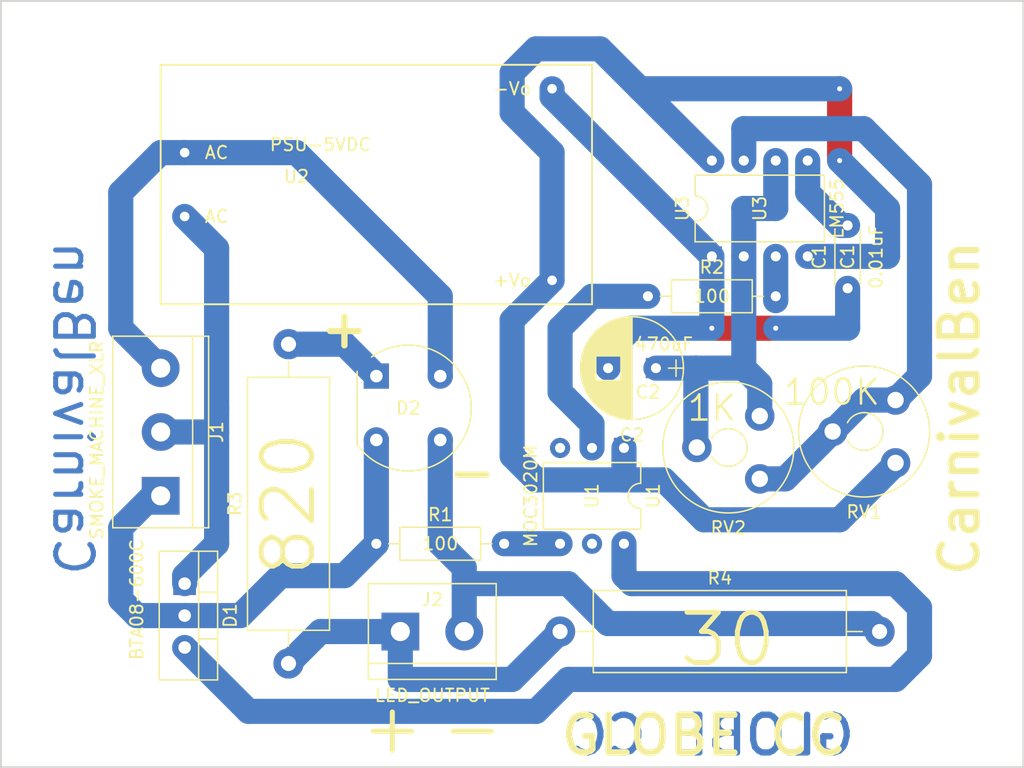
<source format=kicad_pcb>
(kicad_pcb (version 4) (host pcbnew 4.0.7)

  (general
    (links 31)
    (no_connects 0)
    (area 38.659999 25.959999 115.010001 84.530001)
    (thickness 1.6)
    (drawings 12)
    (tracks 115)
    (zones 0)
    (modules 19)
    (nets 18)
  )

  (page User 148.006 105.004)
  (layers
    (0 F.Cu signal)
    (31 B.Cu signal)
    (32 B.Adhes user)
    (33 F.Adhes user)
    (34 B.Paste user)
    (35 F.Paste user)
    (36 B.SilkS user)
    (37 F.SilkS user)
    (38 B.Mask user)
    (39 F.Mask user)
    (40 Dwgs.User user)
    (41 Cmts.User user)
    (42 Eco1.User user)
    (43 Eco2.User user)
    (44 Edge.Cuts user)
    (45 Margin user)
    (46 B.CrtYd user)
    (47 F.CrtYd user)
    (48 B.Fab user)
    (49 F.Fab user)
  )

  (setup
    (last_trace_width 2)
    (user_trace_width 0.5)
    (trace_clearance 0.2)
    (zone_clearance 1)
    (zone_45_only yes)
    (trace_min 0.2)
    (segment_width 0.2)
    (edge_width 0.15)
    (via_size 0.6)
    (via_drill 0.4)
    (via_min_size 0.4)
    (via_min_drill 0.3)
    (uvia_size 0.3)
    (uvia_drill 0.1)
    (uvias_allowed no)
    (uvia_min_size 0.2)
    (uvia_min_drill 0.1)
    (pcb_text_width 0.3)
    (pcb_text_size 1.5 1.5)
    (mod_edge_width 0.15)
    (mod_text_size 1 1)
    (mod_text_width 0.15)
    (pad_size 1.99898 1.99898)
    (pad_drill 0.8001)
    (pad_to_mask_clearance 0.2)
    (aux_axis_origin 0 0)
    (visible_elements 7FFFFFFF)
    (pcbplotparams
      (layerselection 0x00030_80000001)
      (usegerberextensions false)
      (excludeedgelayer true)
      (linewidth 0.100000)
      (plotframeref false)
      (viasonmask false)
      (mode 1)
      (useauxorigin false)
      (hpglpennumber 1)
      (hpglpenspeed 20)
      (hpglpendiameter 15)
      (hpglpenoverlay 2)
      (psnegative false)
      (psa4output false)
      (plotreference true)
      (plotvalue true)
      (plotinvisibletext false)
      (padsonsilk false)
      (subtractmaskfromsilk false)
      (outputformat 1)
      (mirror false)
      (drillshape 1)
      (scaleselection 1)
      (outputdirectory ""))
  )

  (net 0 "")
  (net 1 0V)
  (net 2 "Net-(C1-Pad2)")
  (net 3 "Net-(C2-Pad1)")
  (net 4 RETURN)
  (net 5 PUMP)
  (net 6 "Net-(D1-Pad3)")
  (net 7 FEED)
  (net 8 "Net-(R1-Pad2)")
  (net 9 TRIGGER)
  (net 10 "Net-(R2-Pad2)")
  (net 11 5V)
  (net 12 "Net-(RV1-Pad1)")
  (net 13 "Net-(U1-Pad5)")
  (net 14 "Net-(U1-Pad3)")
  (net 15 "Net-(D2-Pad1)")
  (net 16 "Net-(J2-Pad1)")
  (net 17 "Net-(D2-Pad3)")

  (net_class Default "This is the default net class."
    (clearance 0.2)
    (trace_width 2)
    (via_dia 0.6)
    (via_drill 0.4)
    (uvia_dia 0.3)
    (uvia_drill 0.1)
    (add_net 0V)
    (add_net 5V)
    (add_net FEED)
    (add_net "Net-(C1-Pad2)")
    (add_net "Net-(C2-Pad1)")
    (add_net "Net-(D1-Pad3)")
    (add_net "Net-(D2-Pad1)")
    (add_net "Net-(D2-Pad3)")
    (add_net "Net-(J2-Pad1)")
    (add_net "Net-(R1-Pad2)")
    (add_net "Net-(R2-Pad2)")
    (add_net "Net-(RV1-Pad1)")
    (add_net "Net-(U1-Pad3)")
    (add_net "Net-(U1-Pad5)")
    (add_net PUMP)
    (add_net RETURN)
    (add_net TRIGGER)
  )

  (module Capacitors_THT:CP_Radial_D8.0mm_P3.80mm (layer F.Cu) (tedit 5AD36F21) (tstamp 5AD36318)
    (at 87.63 52.07 180)
    (descr "CP, Radial series, Radial, pin pitch=3.80mm, , diameter=8mm, Electrolytic Capacitor")
    (tags "CP Radial series Radial pin pitch 3.80mm  diameter 8mm Electrolytic Capacitor")
    (path /5AC21603)
    (fp_text reference C2 (at 1.9 -5.31 180) (layer F.SilkS)
      (effects (font (size 1 1) (thickness 0.15)))
    )
    (fp_text value 470uF (at -0.635 1.905 180) (layer F.SilkS)
      (effects (font (size 1 1) (thickness 0.15)))
    )
    (fp_circle (center 1.9 0) (end 5.9 0) (layer F.Fab) (width 0.1))
    (fp_circle (center 1.9 0) (end 5.99 0) (layer F.SilkS) (width 0.12))
    (fp_line (start -2.2 0) (end -1 0) (layer F.Fab) (width 0.1))
    (fp_line (start -1.6 -0.65) (end -1.6 0.65) (layer F.Fab) (width 0.1))
    (fp_line (start 1.9 -4.05) (end 1.9 4.05) (layer F.SilkS) (width 0.12))
    (fp_line (start 1.94 -4.05) (end 1.94 4.05) (layer F.SilkS) (width 0.12))
    (fp_line (start 1.98 -4.05) (end 1.98 4.05) (layer F.SilkS) (width 0.12))
    (fp_line (start 2.02 -4.049) (end 2.02 4.049) (layer F.SilkS) (width 0.12))
    (fp_line (start 2.06 -4.047) (end 2.06 4.047) (layer F.SilkS) (width 0.12))
    (fp_line (start 2.1 -4.046) (end 2.1 4.046) (layer F.SilkS) (width 0.12))
    (fp_line (start 2.14 -4.043) (end 2.14 4.043) (layer F.SilkS) (width 0.12))
    (fp_line (start 2.18 -4.041) (end 2.18 4.041) (layer F.SilkS) (width 0.12))
    (fp_line (start 2.22 -4.038) (end 2.22 4.038) (layer F.SilkS) (width 0.12))
    (fp_line (start 2.26 -4.035) (end 2.26 4.035) (layer F.SilkS) (width 0.12))
    (fp_line (start 2.3 -4.031) (end 2.3 4.031) (layer F.SilkS) (width 0.12))
    (fp_line (start 2.34 -4.027) (end 2.34 4.027) (layer F.SilkS) (width 0.12))
    (fp_line (start 2.38 -4.022) (end 2.38 4.022) (layer F.SilkS) (width 0.12))
    (fp_line (start 2.42 -4.017) (end 2.42 4.017) (layer F.SilkS) (width 0.12))
    (fp_line (start 2.46 -4.012) (end 2.46 4.012) (layer F.SilkS) (width 0.12))
    (fp_line (start 2.5 -4.006) (end 2.5 4.006) (layer F.SilkS) (width 0.12))
    (fp_line (start 2.54 -4) (end 2.54 4) (layer F.SilkS) (width 0.12))
    (fp_line (start 2.58 -3.994) (end 2.58 3.994) (layer F.SilkS) (width 0.12))
    (fp_line (start 2.621 -3.987) (end 2.621 3.987) (layer F.SilkS) (width 0.12))
    (fp_line (start 2.661 -3.979) (end 2.661 3.979) (layer F.SilkS) (width 0.12))
    (fp_line (start 2.701 -3.971) (end 2.701 3.971) (layer F.SilkS) (width 0.12))
    (fp_line (start 2.741 -3.963) (end 2.741 3.963) (layer F.SilkS) (width 0.12))
    (fp_line (start 2.781 -3.955) (end 2.781 3.955) (layer F.SilkS) (width 0.12))
    (fp_line (start 2.821 -3.946) (end 2.821 -0.98) (layer F.SilkS) (width 0.12))
    (fp_line (start 2.821 0.98) (end 2.821 3.946) (layer F.SilkS) (width 0.12))
    (fp_line (start 2.861 -3.936) (end 2.861 -0.98) (layer F.SilkS) (width 0.12))
    (fp_line (start 2.861 0.98) (end 2.861 3.936) (layer F.SilkS) (width 0.12))
    (fp_line (start 2.901 -3.926) (end 2.901 -0.98) (layer F.SilkS) (width 0.12))
    (fp_line (start 2.901 0.98) (end 2.901 3.926) (layer F.SilkS) (width 0.12))
    (fp_line (start 2.941 -3.916) (end 2.941 -0.98) (layer F.SilkS) (width 0.12))
    (fp_line (start 2.941 0.98) (end 2.941 3.916) (layer F.SilkS) (width 0.12))
    (fp_line (start 2.981 -3.905) (end 2.981 -0.98) (layer F.SilkS) (width 0.12))
    (fp_line (start 2.981 0.98) (end 2.981 3.905) (layer F.SilkS) (width 0.12))
    (fp_line (start 3.021 -3.894) (end 3.021 -0.98) (layer F.SilkS) (width 0.12))
    (fp_line (start 3.021 0.98) (end 3.021 3.894) (layer F.SilkS) (width 0.12))
    (fp_line (start 3.061 -3.883) (end 3.061 -0.98) (layer F.SilkS) (width 0.12))
    (fp_line (start 3.061 0.98) (end 3.061 3.883) (layer F.SilkS) (width 0.12))
    (fp_line (start 3.101 -3.87) (end 3.101 -0.98) (layer F.SilkS) (width 0.12))
    (fp_line (start 3.101 0.98) (end 3.101 3.87) (layer F.SilkS) (width 0.12))
    (fp_line (start 3.141 -3.858) (end 3.141 -0.98) (layer F.SilkS) (width 0.12))
    (fp_line (start 3.141 0.98) (end 3.141 3.858) (layer F.SilkS) (width 0.12))
    (fp_line (start 3.181 -3.845) (end 3.181 -0.98) (layer F.SilkS) (width 0.12))
    (fp_line (start 3.181 0.98) (end 3.181 3.845) (layer F.SilkS) (width 0.12))
    (fp_line (start 3.221 -3.832) (end 3.221 -0.98) (layer F.SilkS) (width 0.12))
    (fp_line (start 3.221 0.98) (end 3.221 3.832) (layer F.SilkS) (width 0.12))
    (fp_line (start 3.261 -3.818) (end 3.261 -0.98) (layer F.SilkS) (width 0.12))
    (fp_line (start 3.261 0.98) (end 3.261 3.818) (layer F.SilkS) (width 0.12))
    (fp_line (start 3.301 -3.803) (end 3.301 -0.98) (layer F.SilkS) (width 0.12))
    (fp_line (start 3.301 0.98) (end 3.301 3.803) (layer F.SilkS) (width 0.12))
    (fp_line (start 3.341 -3.789) (end 3.341 -0.98) (layer F.SilkS) (width 0.12))
    (fp_line (start 3.341 0.98) (end 3.341 3.789) (layer F.SilkS) (width 0.12))
    (fp_line (start 3.381 -3.773) (end 3.381 -0.98) (layer F.SilkS) (width 0.12))
    (fp_line (start 3.381 0.98) (end 3.381 3.773) (layer F.SilkS) (width 0.12))
    (fp_line (start 3.421 -3.758) (end 3.421 -0.98) (layer F.SilkS) (width 0.12))
    (fp_line (start 3.421 0.98) (end 3.421 3.758) (layer F.SilkS) (width 0.12))
    (fp_line (start 3.461 -3.741) (end 3.461 -0.98) (layer F.SilkS) (width 0.12))
    (fp_line (start 3.461 0.98) (end 3.461 3.741) (layer F.SilkS) (width 0.12))
    (fp_line (start 3.501 -3.725) (end 3.501 -0.98) (layer F.SilkS) (width 0.12))
    (fp_line (start 3.501 0.98) (end 3.501 3.725) (layer F.SilkS) (width 0.12))
    (fp_line (start 3.541 -3.707) (end 3.541 -0.98) (layer F.SilkS) (width 0.12))
    (fp_line (start 3.541 0.98) (end 3.541 3.707) (layer F.SilkS) (width 0.12))
    (fp_line (start 3.581 -3.69) (end 3.581 -0.98) (layer F.SilkS) (width 0.12))
    (fp_line (start 3.581 0.98) (end 3.581 3.69) (layer F.SilkS) (width 0.12))
    (fp_line (start 3.621 -3.671) (end 3.621 -0.98) (layer F.SilkS) (width 0.12))
    (fp_line (start 3.621 0.98) (end 3.621 3.671) (layer F.SilkS) (width 0.12))
    (fp_line (start 3.661 -3.652) (end 3.661 -0.98) (layer F.SilkS) (width 0.12))
    (fp_line (start 3.661 0.98) (end 3.661 3.652) (layer F.SilkS) (width 0.12))
    (fp_line (start 3.701 -3.633) (end 3.701 -0.98) (layer F.SilkS) (width 0.12))
    (fp_line (start 3.701 0.98) (end 3.701 3.633) (layer F.SilkS) (width 0.12))
    (fp_line (start 3.741 -3.613) (end 3.741 -0.98) (layer F.SilkS) (width 0.12))
    (fp_line (start 3.741 0.98) (end 3.741 3.613) (layer F.SilkS) (width 0.12))
    (fp_line (start 3.781 -3.593) (end 3.781 -0.98) (layer F.SilkS) (width 0.12))
    (fp_line (start 3.781 0.98) (end 3.781 3.593) (layer F.SilkS) (width 0.12))
    (fp_line (start 3.821 -3.572) (end 3.821 -0.98) (layer F.SilkS) (width 0.12))
    (fp_line (start 3.821 0.98) (end 3.821 3.572) (layer F.SilkS) (width 0.12))
    (fp_line (start 3.861 -3.55) (end 3.861 -0.98) (layer F.SilkS) (width 0.12))
    (fp_line (start 3.861 0.98) (end 3.861 3.55) (layer F.SilkS) (width 0.12))
    (fp_line (start 3.901 -3.528) (end 3.901 -0.98) (layer F.SilkS) (width 0.12))
    (fp_line (start 3.901 0.98) (end 3.901 3.528) (layer F.SilkS) (width 0.12))
    (fp_line (start 3.941 -3.505) (end 3.941 -0.98) (layer F.SilkS) (width 0.12))
    (fp_line (start 3.941 0.98) (end 3.941 3.505) (layer F.SilkS) (width 0.12))
    (fp_line (start 3.981 -3.482) (end 3.981 -0.98) (layer F.SilkS) (width 0.12))
    (fp_line (start 3.981 0.98) (end 3.981 3.482) (layer F.SilkS) (width 0.12))
    (fp_line (start 4.021 -3.458) (end 4.021 -0.98) (layer F.SilkS) (width 0.12))
    (fp_line (start 4.021 0.98) (end 4.021 3.458) (layer F.SilkS) (width 0.12))
    (fp_line (start 4.061 -3.434) (end 4.061 -0.98) (layer F.SilkS) (width 0.12))
    (fp_line (start 4.061 0.98) (end 4.061 3.434) (layer F.SilkS) (width 0.12))
    (fp_line (start 4.101 -3.408) (end 4.101 -0.98) (layer F.SilkS) (width 0.12))
    (fp_line (start 4.101 0.98) (end 4.101 3.408) (layer F.SilkS) (width 0.12))
    (fp_line (start 4.141 -3.383) (end 4.141 -0.98) (layer F.SilkS) (width 0.12))
    (fp_line (start 4.141 0.98) (end 4.141 3.383) (layer F.SilkS) (width 0.12))
    (fp_line (start 4.181 -3.356) (end 4.181 -0.98) (layer F.SilkS) (width 0.12))
    (fp_line (start 4.181 0.98) (end 4.181 3.356) (layer F.SilkS) (width 0.12))
    (fp_line (start 4.221 -3.329) (end 4.221 -0.98) (layer F.SilkS) (width 0.12))
    (fp_line (start 4.221 0.98) (end 4.221 3.329) (layer F.SilkS) (width 0.12))
    (fp_line (start 4.261 -3.301) (end 4.261 -0.98) (layer F.SilkS) (width 0.12))
    (fp_line (start 4.261 0.98) (end 4.261 3.301) (layer F.SilkS) (width 0.12))
    (fp_line (start 4.301 -3.272) (end 4.301 -0.98) (layer F.SilkS) (width 0.12))
    (fp_line (start 4.301 0.98) (end 4.301 3.272) (layer F.SilkS) (width 0.12))
    (fp_line (start 4.341 -3.243) (end 4.341 -0.98) (layer F.SilkS) (width 0.12))
    (fp_line (start 4.341 0.98) (end 4.341 3.243) (layer F.SilkS) (width 0.12))
    (fp_line (start 4.381 -3.213) (end 4.381 -0.98) (layer F.SilkS) (width 0.12))
    (fp_line (start 4.381 0.98) (end 4.381 3.213) (layer F.SilkS) (width 0.12))
    (fp_line (start 4.421 -3.182) (end 4.421 -0.98) (layer F.SilkS) (width 0.12))
    (fp_line (start 4.421 0.98) (end 4.421 3.182) (layer F.SilkS) (width 0.12))
    (fp_line (start 4.461 -3.15) (end 4.461 -0.98) (layer F.SilkS) (width 0.12))
    (fp_line (start 4.461 0.98) (end 4.461 3.15) (layer F.SilkS) (width 0.12))
    (fp_line (start 4.501 -3.118) (end 4.501 -0.98) (layer F.SilkS) (width 0.12))
    (fp_line (start 4.501 0.98) (end 4.501 3.118) (layer F.SilkS) (width 0.12))
    (fp_line (start 4.541 -3.084) (end 4.541 -0.98) (layer F.SilkS) (width 0.12))
    (fp_line (start 4.541 0.98) (end 4.541 3.084) (layer F.SilkS) (width 0.12))
    (fp_line (start 4.581 -3.05) (end 4.581 -0.98) (layer F.SilkS) (width 0.12))
    (fp_line (start 4.581 0.98) (end 4.581 3.05) (layer F.SilkS) (width 0.12))
    (fp_line (start 4.621 -3.015) (end 4.621 -0.98) (layer F.SilkS) (width 0.12))
    (fp_line (start 4.621 0.98) (end 4.621 3.015) (layer F.SilkS) (width 0.12))
    (fp_line (start 4.661 -2.979) (end 4.661 -0.98) (layer F.SilkS) (width 0.12))
    (fp_line (start 4.661 0.98) (end 4.661 2.979) (layer F.SilkS) (width 0.12))
    (fp_line (start 4.701 -2.942) (end 4.701 -0.98) (layer F.SilkS) (width 0.12))
    (fp_line (start 4.701 0.98) (end 4.701 2.942) (layer F.SilkS) (width 0.12))
    (fp_line (start 4.741 -2.904) (end 4.741 -0.98) (layer F.SilkS) (width 0.12))
    (fp_line (start 4.741 0.98) (end 4.741 2.904) (layer F.SilkS) (width 0.12))
    (fp_line (start 4.781 -2.865) (end 4.781 2.865) (layer F.SilkS) (width 0.12))
    (fp_line (start 4.821 -2.824) (end 4.821 2.824) (layer F.SilkS) (width 0.12))
    (fp_line (start 4.861 -2.783) (end 4.861 2.783) (layer F.SilkS) (width 0.12))
    (fp_line (start 4.901 -2.74) (end 4.901 2.74) (layer F.SilkS) (width 0.12))
    (fp_line (start 4.941 -2.697) (end 4.941 2.697) (layer F.SilkS) (width 0.12))
    (fp_line (start 4.981 -2.652) (end 4.981 2.652) (layer F.SilkS) (width 0.12))
    (fp_line (start 5.021 -2.605) (end 5.021 2.605) (layer F.SilkS) (width 0.12))
    (fp_line (start 5.061 -2.557) (end 5.061 2.557) (layer F.SilkS) (width 0.12))
    (fp_line (start 5.101 -2.508) (end 5.101 2.508) (layer F.SilkS) (width 0.12))
    (fp_line (start 5.141 -2.457) (end 5.141 2.457) (layer F.SilkS) (width 0.12))
    (fp_line (start 5.181 -2.404) (end 5.181 2.404) (layer F.SilkS) (width 0.12))
    (fp_line (start 5.221 -2.349) (end 5.221 2.349) (layer F.SilkS) (width 0.12))
    (fp_line (start 5.261 -2.293) (end 5.261 2.293) (layer F.SilkS) (width 0.12))
    (fp_line (start 5.301 -2.234) (end 5.301 2.234) (layer F.SilkS) (width 0.12))
    (fp_line (start 5.341 -2.173) (end 5.341 2.173) (layer F.SilkS) (width 0.12))
    (fp_line (start 5.381 -2.109) (end 5.381 2.109) (layer F.SilkS) (width 0.12))
    (fp_line (start 5.421 -2.043) (end 5.421 2.043) (layer F.SilkS) (width 0.12))
    (fp_line (start 5.461 -1.974) (end 5.461 1.974) (layer F.SilkS) (width 0.12))
    (fp_line (start 5.501 -1.902) (end 5.501 1.902) (layer F.SilkS) (width 0.12))
    (fp_line (start 5.541 -1.826) (end 5.541 1.826) (layer F.SilkS) (width 0.12))
    (fp_line (start 5.581 -1.745) (end 5.581 1.745) (layer F.SilkS) (width 0.12))
    (fp_line (start 5.621 -1.66) (end 5.621 1.66) (layer F.SilkS) (width 0.12))
    (fp_line (start 5.661 -1.57) (end 5.661 1.57) (layer F.SilkS) (width 0.12))
    (fp_line (start 5.701 -1.473) (end 5.701 1.473) (layer F.SilkS) (width 0.12))
    (fp_line (start 5.741 -1.369) (end 5.741 1.369) (layer F.SilkS) (width 0.12))
    (fp_line (start 5.781 -1.254) (end 5.781 1.254) (layer F.SilkS) (width 0.12))
    (fp_line (start 5.821 -1.127) (end 5.821 1.127) (layer F.SilkS) (width 0.12))
    (fp_line (start 5.861 -0.983) (end 5.861 0.983) (layer F.SilkS) (width 0.12))
    (fp_line (start 5.901 -0.814) (end 5.901 0.814) (layer F.SilkS) (width 0.12))
    (fp_line (start 5.941 -0.598) (end 5.941 0.598) (layer F.SilkS) (width 0.12))
    (fp_line (start 5.981 -0.246) (end 5.981 0.246) (layer F.SilkS) (width 0.12))
    (fp_line (start -2.2 0) (end -1 0) (layer F.SilkS) (width 0.12))
    (fp_line (start -1.6 -0.65) (end -1.6 0.65) (layer F.SilkS) (width 0.12))
    (fp_line (start -2.45 -4.35) (end -2.45 4.35) (layer F.CrtYd) (width 0.05))
    (fp_line (start -2.45 4.35) (end 6.25 4.35) (layer F.CrtYd) (width 0.05))
    (fp_line (start 6.25 4.35) (end 6.25 -4.35) (layer F.CrtYd) (width 0.05))
    (fp_line (start 6.25 -4.35) (end -2.45 -4.35) (layer F.CrtYd) (width 0.05))
    (fp_text user %R (at 0.635 -1.905 180) (layer F.SilkS)
      (effects (font (size 1 1) (thickness 0.15)))
    )
    (pad 1 thru_hole rect (at 0 0 180) (size 1.6 1.6) (drill 0.8) (layers *.Cu *.Mask)
      (net 3 "Net-(C2-Pad1)"))
    (pad 2 thru_hole circle (at 3.8 0 180) (size 1.6 1.6) (drill 0.8) (layers *.Cu *.Mask)
      (net 1 0V))
    (model ${KISYS3DMOD}/Capacitors_THT.3dshapes/CP_Radial_D8.0mm_P3.80mm.wrl
      (at (xyz 0 0 0))
      (scale (xyz 1 1 1))
      (rotate (xyz 0 0 0))
    )
  )

  (module TO_SOT_Packages_THT:TO-220-3_Vertical (layer F.Cu) (tedit 5AD36E7E) (tstamp 5AD3631F)
    (at 50.165 69.215 270)
    (descr "TO-220-3, Vertical, RM 2.54mm")
    (tags "TO-220-3 Vertical RM 2.54mm")
    (path /5AC22EDF)
    (fp_text reference D1 (at 2.54 -3.62 270) (layer F.SilkS)
      (effects (font (size 1 1) (thickness 0.15)))
    )
    (fp_text value BTA08-600C (at 1.27 3.81 270) (layer F.SilkS)
      (effects (font (size 1 1) (thickness 0.15)))
    )
    (fp_text user %R (at 2.54 -3.62 270) (layer F.Fab)
      (effects (font (size 1 1) (thickness 0.15)))
    )
    (fp_line (start -2.46 -2.5) (end -2.46 1.9) (layer F.Fab) (width 0.1))
    (fp_line (start -2.46 1.9) (end 7.54 1.9) (layer F.Fab) (width 0.1))
    (fp_line (start 7.54 1.9) (end 7.54 -2.5) (layer F.Fab) (width 0.1))
    (fp_line (start 7.54 -2.5) (end -2.46 -2.5) (layer F.Fab) (width 0.1))
    (fp_line (start -2.46 -1.23) (end 7.54 -1.23) (layer F.Fab) (width 0.1))
    (fp_line (start 0.69 -2.5) (end 0.69 -1.23) (layer F.Fab) (width 0.1))
    (fp_line (start 4.39 -2.5) (end 4.39 -1.23) (layer F.Fab) (width 0.1))
    (fp_line (start -2.58 -2.62) (end 7.66 -2.62) (layer F.SilkS) (width 0.12))
    (fp_line (start -2.58 2.021) (end 7.66 2.021) (layer F.SilkS) (width 0.12))
    (fp_line (start -2.58 -2.62) (end -2.58 2.021) (layer F.SilkS) (width 0.12))
    (fp_line (start 7.66 -2.62) (end 7.66 2.021) (layer F.SilkS) (width 0.12))
    (fp_line (start -2.58 -1.11) (end 7.66 -1.11) (layer F.SilkS) (width 0.12))
    (fp_line (start 0.69 -2.62) (end 0.69 -1.11) (layer F.SilkS) (width 0.12))
    (fp_line (start 4.391 -2.62) (end 4.391 -1.11) (layer F.SilkS) (width 0.12))
    (fp_line (start -2.71 -2.75) (end -2.71 2.16) (layer F.CrtYd) (width 0.05))
    (fp_line (start -2.71 2.16) (end 7.79 2.16) (layer F.CrtYd) (width 0.05))
    (fp_line (start 7.79 2.16) (end 7.79 -2.75) (layer F.CrtYd) (width 0.05))
    (fp_line (start 7.79 -2.75) (end -2.71 -2.75) (layer F.CrtYd) (width 0.05))
    (pad 1 thru_hole rect (at 0 0 270) (size 1.8 1.8) (drill 1) (layers *.Cu *.Mask)
      (net 4 RETURN))
    (pad 2 thru_hole oval (at 2.54 0 270) (size 1.8 1.8) (drill 1) (layers *.Cu *.Mask)
      (net 5 PUMP))
    (pad 3 thru_hole oval (at 5.08 0 270) (size 1.8 1.8) (drill 1) (layers *.Cu *.Mask)
      (net 6 "Net-(D1-Pad3)"))
    (model ${KISYS3DMOD}/TO_SOT_Packages_THT.3dshapes/TO-220-3_Vertical.wrl
      (at (xyz 0.1 0 0))
      (scale (xyz 0.393701 0.393701 0.393701))
      (rotate (xyz 0 0 0))
    )
  )

  (module Diodes_THT:Diode_Bridge_Round_D9.8mm (layer F.Cu) (tedit 5AD45D9D) (tstamp 5AD36327)
    (at 65.405 52.705)
    (descr "4-lead round diode bridge package, diameter 9.8mm, pin pitch 5.08mm, see http://www.vishay.com/docs/88769/woo5g.pdf")
    (tags "diode bridge 9.8mm WOG pitch 5.08mm")
    (path /5ACBA1A1)
    (fp_text reference D2 (at 2.54 -3.302) (layer F.SilkS) hide
      (effects (font (size 1 1) (thickness 0.15)))
    )
    (fp_text value D_Bridge_+-AA (at 66.675 -1.905) (layer F.Fab) hide
      (effects (font (size 1 1) (thickness 0.15)))
    )
    (fp_text user %R (at 2.54 2.54) (layer F.SilkS)
      (effects (font (size 1 1) (thickness 0.15)))
    )
    (fp_line (start -1.524 -0.381) (end -1.524 5.461) (layer F.SilkS) (width 0.12))
    (fp_line (start -1.397 5.461) (end -1.397 -0.381) (layer F.Fab) (width 0.12))
    (fp_line (start -1.65 -2.61) (end 7.7 -2.61) (layer F.CrtYd) (width 0.05))
    (fp_line (start -1.65 -2.61) (end -1.65 7.7) (layer F.CrtYd) (width 0.05))
    (fp_line (start 7.7 7.7) (end 7.7 -2.61) (layer F.CrtYd) (width 0.05))
    (fp_line (start 7.7 7.7) (end -1.65 7.7) (layer F.CrtYd) (width 0.05))
    (fp_arc (start 2.54 2.54) (end -0.381 -1.524) (angle 270) (layer F.SilkS) (width 0.12))
    (fp_arc (start 2.54 2.54) (end -1.4 -0.38) (angle 287) (layer F.Fab) (width 0.12))
    (pad 4 thru_hole oval (at 5.08 0) (size 2 2) (drill 1) (layers *.Cu *.Mask)
      (net 7 FEED))
    (pad 2 thru_hole oval (at 0 5.08) (size 2 2) (drill 1) (layers *.Cu *.Mask)
      (net 5 PUMP))
    (pad 3 thru_hole oval (at 5.08 5.08) (size 2 2) (drill 1) (layers *.Cu *.Mask)
      (net 17 "Net-(D2-Pad3)"))
    (pad 1 thru_hole rect (at 0 0) (size 2 2) (drill 1) (layers *.Cu *.Mask)
      (net 15 "Net-(D2-Pad1)"))
    (model ${KISYS3DMOD}/Diodes_THT.3dshapes/Diode_Bridge_Round_D9.8mm.wrl
      (at (xyz 0 0 0))
      (scale (xyz 1 1 1))
      (rotate (xyz 0 0 0))
    )
  )

  (module Connectors_Terminal_Blocks:TerminalBlock_bornier-3_P5.08mm (layer F.Cu) (tedit 5AD36F76) (tstamp 5AD3632E)
    (at 48.26 62.23 90)
    (descr "simple 3-pin terminal block, pitch 5.08mm, revamped version of bornier3")
    (tags "terminal block bornier3")
    (path /5AC1FB31)
    (fp_text reference J1 (at 5.08 4.445 90) (layer F.SilkS)
      (effects (font (size 1 1) (thickness 0.15)))
    )
    (fp_text value SMOKE_MACHINE_XLR (at 4.445 -5.08 270) (layer F.SilkS)
      (effects (font (size 1 1) (thickness 0.15)))
    )
    (fp_text user %R (at 5.08 0 90) (layer F.Fab)
      (effects (font (size 1 1) (thickness 0.15)))
    )
    (fp_line (start -2.47 2.55) (end 12.63 2.55) (layer F.Fab) (width 0.1))
    (fp_line (start -2.47 -3.75) (end 12.63 -3.75) (layer F.Fab) (width 0.1))
    (fp_line (start 12.63 -3.75) (end 12.63 3.75) (layer F.Fab) (width 0.1))
    (fp_line (start 12.63 3.75) (end -2.47 3.75) (layer F.Fab) (width 0.1))
    (fp_line (start -2.47 3.75) (end -2.47 -3.75) (layer F.Fab) (width 0.1))
    (fp_line (start -2.54 3.81) (end -2.54 -3.81) (layer F.SilkS) (width 0.12))
    (fp_line (start 12.7 3.81) (end 12.7 -3.81) (layer F.SilkS) (width 0.12))
    (fp_line (start -2.54 2.54) (end 12.7 2.54) (layer F.SilkS) (width 0.12))
    (fp_line (start -2.54 -3.81) (end 12.7 -3.81) (layer F.SilkS) (width 0.12))
    (fp_line (start -2.54 3.81) (end 12.7 3.81) (layer F.SilkS) (width 0.12))
    (fp_line (start -2.72 -4) (end 12.88 -4) (layer F.CrtYd) (width 0.05))
    (fp_line (start -2.72 -4) (end -2.72 4) (layer F.CrtYd) (width 0.05))
    (fp_line (start 12.88 4) (end 12.88 -4) (layer F.CrtYd) (width 0.05))
    (fp_line (start 12.88 4) (end -2.72 4) (layer F.CrtYd) (width 0.05))
    (pad 1 thru_hole rect (at 0 0 90) (size 3 3) (drill 1.52) (layers *.Cu *.Mask)
      (net 5 PUMP))
    (pad 2 thru_hole circle (at 5.08 0 90) (size 3 3) (drill 1.52) (layers *.Cu *.Mask)
      (net 4 RETURN))
    (pad 3 thru_hole circle (at 10.16 0 90) (size 3 3) (drill 1.52) (layers *.Cu *.Mask)
      (net 7 FEED))
    (model ${KISYS3DMOD}/Terminal_Blocks.3dshapes/TerminalBlock_bornier-3_P5.08mm.wrl
      (at (xyz 0.2 0 0))
      (scale (xyz 1 1 1))
      (rotate (xyz 0 0 0))
    )
  )

  (module Connectors_Terminal_Blocks:TerminalBlock_bornier-2_P5.08mm (layer F.Cu) (tedit 5AD36EC9) (tstamp 5AD36334)
    (at 67.31 73.025)
    (descr "simple 2-pin terminal block, pitch 5.08mm, revamped version of bornier2")
    (tags "terminal block bornier2")
    (path /5ACBA500)
    (fp_text reference J2 (at 2.54 -2.54) (layer F.SilkS)
      (effects (font (size 1 1) (thickness 0.15)))
    )
    (fp_text value LED_OUTPUT (at 2.54 5.08) (layer F.SilkS)
      (effects (font (size 1 1) (thickness 0.15)))
    )
    (fp_text user %R (at 2.54 0) (layer F.Fab) hide
      (effects (font (size 1 1) (thickness 0.15)))
    )
    (fp_line (start -2.41 2.55) (end 7.49 2.55) (layer F.Fab) (width 0.1))
    (fp_line (start -2.46 -3.75) (end -2.46 3.75) (layer F.Fab) (width 0.1))
    (fp_line (start -2.46 3.75) (end 7.54 3.75) (layer F.Fab) (width 0.1))
    (fp_line (start 7.54 3.75) (end 7.54 -3.75) (layer F.Fab) (width 0.1))
    (fp_line (start 7.54 -3.75) (end -2.46 -3.75) (layer F.Fab) (width 0.1))
    (fp_line (start 7.62 2.54) (end -2.54 2.54) (layer F.SilkS) (width 0.12))
    (fp_line (start 7.62 3.81) (end 7.62 -3.81) (layer F.SilkS) (width 0.12))
    (fp_line (start 7.62 -3.81) (end -2.54 -3.81) (layer F.SilkS) (width 0.12))
    (fp_line (start -2.54 -3.81) (end -2.54 3.81) (layer F.SilkS) (width 0.12))
    (fp_line (start -2.54 3.81) (end 7.62 3.81) (layer F.SilkS) (width 0.12))
    (fp_line (start -2.71 -4) (end 7.79 -4) (layer F.CrtYd) (width 0.05))
    (fp_line (start -2.71 -4) (end -2.71 4) (layer F.CrtYd) (width 0.05))
    (fp_line (start 7.79 4) (end 7.79 -4) (layer F.CrtYd) (width 0.05))
    (fp_line (start 7.79 4) (end -2.71 4) (layer F.CrtYd) (width 0.05))
    (pad 1 thru_hole rect (at 0 0) (size 3 3) (drill 1.52) (layers *.Cu *.Mask)
      (net 16 "Net-(J2-Pad1)"))
    (pad 2 thru_hole circle (at 5.08 0) (size 3 3) (drill 1.52) (layers *.Cu *.Mask)
      (net 17 "Net-(D2-Pad3)"))
    (model ${KISYS3DMOD}/Terminal_Blocks.3dshapes/TerminalBlock_bornier-2_P5.08mm.wrl
      (at (xyz 0.1 0 0))
      (scale (xyz 1 1 1))
      (rotate (xyz 0 0 0))
    )
  )

  (module Resistors_THT:R_Axial_DIN0207_L6.3mm_D2.5mm_P10.16mm_Horizontal (layer F.Cu) (tedit 5AD36EBD) (tstamp 5AD3633A)
    (at 65.405 66.04)
    (descr "Resistor, Axial_DIN0207 series, Axial, Horizontal, pin pitch=10.16mm, 0.25W = 1/4W, length*diameter=6.3*2.5mm^2, http://cdn-reichelt.de/documents/datenblatt/B400/1_4W%23YAG.pdf")
    (tags "Resistor Axial_DIN0207 series Axial Horizontal pin pitch 10.16mm 0.25W = 1/4W length 6.3mm diameter 2.5mm")
    (path /5AC1FC34)
    (fp_text reference R1 (at 5.08 -2.31) (layer F.SilkS)
      (effects (font (size 1 1) (thickness 0.15)))
    )
    (fp_text value 100 (at 5.08 0) (layer F.SilkS)
      (effects (font (size 1 1) (thickness 0.15)))
    )
    (fp_line (start 1.93 -1.25) (end 1.93 1.25) (layer F.Fab) (width 0.1))
    (fp_line (start 1.93 1.25) (end 8.23 1.25) (layer F.Fab) (width 0.1))
    (fp_line (start 8.23 1.25) (end 8.23 -1.25) (layer F.Fab) (width 0.1))
    (fp_line (start 8.23 -1.25) (end 1.93 -1.25) (layer F.Fab) (width 0.1))
    (fp_line (start 0 0) (end 1.93 0) (layer F.Fab) (width 0.1))
    (fp_line (start 10.16 0) (end 8.23 0) (layer F.Fab) (width 0.1))
    (fp_line (start 1.87 -1.31) (end 1.87 1.31) (layer F.SilkS) (width 0.12))
    (fp_line (start 1.87 1.31) (end 8.29 1.31) (layer F.SilkS) (width 0.12))
    (fp_line (start 8.29 1.31) (end 8.29 -1.31) (layer F.SilkS) (width 0.12))
    (fp_line (start 8.29 -1.31) (end 1.87 -1.31) (layer F.SilkS) (width 0.12))
    (fp_line (start 0.98 0) (end 1.87 0) (layer F.SilkS) (width 0.12))
    (fp_line (start 9.18 0) (end 8.29 0) (layer F.SilkS) (width 0.12))
    (fp_line (start -1.05 -1.6) (end -1.05 1.6) (layer F.CrtYd) (width 0.05))
    (fp_line (start -1.05 1.6) (end 11.25 1.6) (layer F.CrtYd) (width 0.05))
    (fp_line (start 11.25 1.6) (end 11.25 -1.6) (layer F.CrtYd) (width 0.05))
    (fp_line (start 11.25 -1.6) (end -1.05 -1.6) (layer F.CrtYd) (width 0.05))
    (pad 1 thru_hole circle (at 0 0) (size 1.6 1.6) (drill 0.8) (layers *.Cu *.Mask)
      (net 5 PUMP))
    (pad 2 thru_hole oval (at 10.16 0) (size 1.6 1.6) (drill 0.8) (layers *.Cu *.Mask)
      (net 8 "Net-(R1-Pad2)"))
    (model ${KISYS3DMOD}/Resistors_THT.3dshapes/R_Axial_DIN0207_L6.3mm_D2.5mm_P10.16mm_Horizontal.wrl
      (at (xyz 0 0 0))
      (scale (xyz 0.393701 0.393701 0.393701))
      (rotate (xyz 0 0 0))
    )
  )

  (module Resistors_THT:R_Axial_DIN0207_L6.3mm_D2.5mm_P10.16mm_Horizontal (layer F.Cu) (tedit 5AD36F2A) (tstamp 5AD36340)
    (at 86.995 46.355)
    (descr "Resistor, Axial_DIN0207 series, Axial, Horizontal, pin pitch=10.16mm, 0.25W = 1/4W, length*diameter=6.3*2.5mm^2, http://cdn-reichelt.de/documents/datenblatt/B400/1_4W%23YAG.pdf")
    (tags "Resistor Axial_DIN0207 series Axial Horizontal pin pitch 10.16mm 0.25W = 1/4W length 6.3mm diameter 2.5mm")
    (path /5AC1FCC3)
    (fp_text reference R2 (at 5.08 -2.31) (layer F.SilkS)
      (effects (font (size 1 1) (thickness 0.15)))
    )
    (fp_text value 100 (at 5.08 0) (layer F.SilkS)
      (effects (font (size 1 1) (thickness 0.15)))
    )
    (fp_line (start 1.93 -1.25) (end 1.93 1.25) (layer F.Fab) (width 0.1))
    (fp_line (start 1.93 1.25) (end 8.23 1.25) (layer F.Fab) (width 0.1))
    (fp_line (start 8.23 1.25) (end 8.23 -1.25) (layer F.Fab) (width 0.1))
    (fp_line (start 8.23 -1.25) (end 1.93 -1.25) (layer F.Fab) (width 0.1))
    (fp_line (start 0 0) (end 1.93 0) (layer F.Fab) (width 0.1))
    (fp_line (start 10.16 0) (end 8.23 0) (layer F.Fab) (width 0.1))
    (fp_line (start 1.87 -1.31) (end 1.87 1.31) (layer F.SilkS) (width 0.12))
    (fp_line (start 1.87 1.31) (end 8.29 1.31) (layer F.SilkS) (width 0.12))
    (fp_line (start 8.29 1.31) (end 8.29 -1.31) (layer F.SilkS) (width 0.12))
    (fp_line (start 8.29 -1.31) (end 1.87 -1.31) (layer F.SilkS) (width 0.12))
    (fp_line (start 0.98 0) (end 1.87 0) (layer F.SilkS) (width 0.12))
    (fp_line (start 9.18 0) (end 8.29 0) (layer F.SilkS) (width 0.12))
    (fp_line (start -1.05 -1.6) (end -1.05 1.6) (layer F.CrtYd) (width 0.05))
    (fp_line (start -1.05 1.6) (end 11.25 1.6) (layer F.CrtYd) (width 0.05))
    (fp_line (start 11.25 1.6) (end 11.25 -1.6) (layer F.CrtYd) (width 0.05))
    (fp_line (start 11.25 -1.6) (end -1.05 -1.6) (layer F.CrtYd) (width 0.05))
    (pad 1 thru_hole circle (at 0 0) (size 1.6 1.6) (drill 0.8) (layers *.Cu *.Mask)
      (net 9 TRIGGER))
    (pad 2 thru_hole oval (at 10.16 0) (size 1.6 1.6) (drill 0.8) (layers *.Cu *.Mask)
      (net 10 "Net-(R2-Pad2)"))
    (model ${KISYS3DMOD}/Resistors_THT.3dshapes/R_Axial_DIN0207_L6.3mm_D2.5mm_P10.16mm_Horizontal.wrl
      (at (xyz 0 0 0))
      (scale (xyz 0.393701 0.393701 0.393701))
      (rotate (xyz 0 0 0))
    )
  )

  (module Resistors_THT:R_Axial_Power_L20.0mm_W6.4mm_P25.40mm (layer F.Cu) (tedit 5AD36F65) (tstamp 5AD36346)
    (at 58.42 75.565 90)
    (descr "Resistor, Axial_Power series, Axial, Horizontal, pin pitch=25.4mm, 4W, length*diameter=20*6.4mm^2, http://cdn-reichelt.de/documents/datenblatt/B400/5WAXIAL_9WAXIAL_11WAXIAL_17WAXIAL%23YAG.pdf")
    (tags "Resistor Axial_Power series Axial Horizontal pin pitch 25.4mm 4W length 20mm diameter 6.4mm")
    (path /5ACBA1E8)
    (fp_text reference R3 (at 12.7 -4.26 90) (layer F.SilkS)
      (effects (font (size 1 1) (thickness 0.15)))
    )
    (fp_text value 820 (at 12.7 0 90) (layer F.SilkS)
      (effects (font (size 4 4) (thickness 0.4)))
    )
    (fp_line (start 2.7 -3.2) (end 2.7 3.2) (layer F.Fab) (width 0.1))
    (fp_line (start 2.7 3.2) (end 22.7 3.2) (layer F.Fab) (width 0.1))
    (fp_line (start 22.7 3.2) (end 22.7 -3.2) (layer F.Fab) (width 0.1))
    (fp_line (start 22.7 -3.2) (end 2.7 -3.2) (layer F.Fab) (width 0.1))
    (fp_line (start 0 0) (end 2.7 0) (layer F.Fab) (width 0.1))
    (fp_line (start 25.4 0) (end 22.7 0) (layer F.Fab) (width 0.1))
    (fp_line (start 2.64 -3.26) (end 2.64 3.26) (layer F.SilkS) (width 0.12))
    (fp_line (start 2.64 3.26) (end 22.76 3.26) (layer F.SilkS) (width 0.12))
    (fp_line (start 22.76 3.26) (end 22.76 -3.26) (layer F.SilkS) (width 0.12))
    (fp_line (start 22.76 -3.26) (end 2.64 -3.26) (layer F.SilkS) (width 0.12))
    (fp_line (start 1.38 0) (end 2.64 0) (layer F.SilkS) (width 0.12))
    (fp_line (start 24.02 0) (end 22.76 0) (layer F.SilkS) (width 0.12))
    (fp_line (start -1.45 -3.55) (end -1.45 3.55) (layer F.CrtYd) (width 0.05))
    (fp_line (start -1.45 3.55) (end 26.85 3.55) (layer F.CrtYd) (width 0.05))
    (fp_line (start 26.85 3.55) (end 26.85 -3.55) (layer F.CrtYd) (width 0.05))
    (fp_line (start 26.85 -3.55) (end -1.45 -3.55) (layer F.CrtYd) (width 0.05))
    (pad 1 thru_hole circle (at 0 0 90) (size 2.4 2.4) (drill 1.2) (layers *.Cu *.Mask)
      (net 16 "Net-(J2-Pad1)"))
    (pad 2 thru_hole oval (at 25.4 0 90) (size 2.4 2.4) (drill 1.2) (layers *.Cu *.Mask)
      (net 15 "Net-(D2-Pad1)"))
    (model ${KISYS3DMOD}/Resistors_THT.3dshapes/R_Axial_Power_L20.0mm_W6.4mm_P25.40mm.wrl
      (at (xyz 0 0 0))
      (scale (xyz 0.393701 0.393701 0.393701))
      (rotate (xyz 0 0 0))
    )
  )

  (module Resistors_THT:R_Axial_Power_L20.0mm_W6.4mm_P25.40mm (layer F.Cu) (tedit 5AD36F68) (tstamp 5AD3634C)
    (at 80.01 73.025)
    (descr "Resistor, Axial_Power series, Axial, Horizontal, pin pitch=25.4mm, 4W, length*diameter=20*6.4mm^2, http://cdn-reichelt.de/documents/datenblatt/B400/5WAXIAL_9WAXIAL_11WAXIAL_17WAXIAL%23YAG.pdf")
    (tags "Resistor Axial_Power series Axial Horizontal pin pitch 25.4mm 4W length 20mm diameter 6.4mm")
    (path /5ACBA229)
    (fp_text reference R4 (at 12.7 -4.26) (layer F.SilkS)
      (effects (font (size 1 1) (thickness 0.15)))
    )
    (fp_text value 30 (at 13.335 0.635) (layer F.SilkS)
      (effects (font (size 4 4) (thickness 0.4)))
    )
    (fp_line (start 2.7 -3.2) (end 2.7 3.2) (layer F.Fab) (width 0.1))
    (fp_line (start 2.7 3.2) (end 22.7 3.2) (layer F.Fab) (width 0.1))
    (fp_line (start 22.7 3.2) (end 22.7 -3.2) (layer F.Fab) (width 0.1))
    (fp_line (start 22.7 -3.2) (end 2.7 -3.2) (layer F.Fab) (width 0.1))
    (fp_line (start 0 0) (end 2.7 0) (layer F.Fab) (width 0.1))
    (fp_line (start 25.4 0) (end 22.7 0) (layer F.Fab) (width 0.1))
    (fp_line (start 2.64 -3.26) (end 2.64 3.26) (layer F.SilkS) (width 0.12))
    (fp_line (start 2.64 3.26) (end 22.76 3.26) (layer F.SilkS) (width 0.12))
    (fp_line (start 22.76 3.26) (end 22.76 -3.26) (layer F.SilkS) (width 0.12))
    (fp_line (start 22.76 -3.26) (end 2.64 -3.26) (layer F.SilkS) (width 0.12))
    (fp_line (start 1.38 0) (end 2.64 0) (layer F.SilkS) (width 0.12))
    (fp_line (start 24.02 0) (end 22.76 0) (layer F.SilkS) (width 0.12))
    (fp_line (start -1.45 -3.55) (end -1.45 3.55) (layer F.CrtYd) (width 0.05))
    (fp_line (start -1.45 3.55) (end 26.85 3.55) (layer F.CrtYd) (width 0.05))
    (fp_line (start 26.85 3.55) (end 26.85 -3.55) (layer F.CrtYd) (width 0.05))
    (fp_line (start 26.85 -3.55) (end -1.45 -3.55) (layer F.CrtYd) (width 0.05))
    (pad 1 thru_hole circle (at 0 0) (size 2.4 2.4) (drill 1.2) (layers *.Cu *.Mask)
      (net 16 "Net-(J2-Pad1)"))
    (pad 2 thru_hole oval (at 25.4 0) (size 2.4 2.4) (drill 1.2) (layers *.Cu *.Mask)
      (net 17 "Net-(D2-Pad3)"))
    (model ${KISYS3DMOD}/Resistors_THT.3dshapes/R_Axial_Power_L20.0mm_W6.4mm_P25.40mm.wrl
      (at (xyz 0 0 0))
      (scale (xyz 0.393701 0.393701 0.393701))
      (rotate (xyz 0 0 0))
    )
  )

  (module Potentiometers:Potentiometer_Trimmer_Piher_PT-10v5_Horizontal_Px5.0mm_Py5.0mm (layer F.Cu) (tedit 5AD36F02) (tstamp 5AD36353)
    (at 106.68 54.61 180)
    (descr "Potentiometer, horizontally mounted, Omeg PC16PU, Omeg PC16PU, Omeg PC16PU, Vishay/Spectrol 248GJ/249GJ Single, Vishay/Spectrol 248GJ/249GJ Single, Vishay/Spectrol 248GJ/249GJ Single, Vishay/Spectrol 248GH/249GH Single, Vishay/Spectrol 148/149 Single, Vishay/Spectrol 148/149 Single, Vishay/Spectrol 148/149 Single, Vishay/Spectrol 148A/149A Single with mounting plates, Vishay/Spectrol 148/149 Double, Vishay/Spectrol 148A/149A Double with mounting plates, Piher PC-16 Single, Piher PC-16 Single, Piher PC-16 Single, Piher PC-16SV Single, Piher PC-16 Double, Piher PC-16 Triple, Piher T16H Single, Piher T16L Single, Piher T16H Double, Alps RK163 Single, Alps RK163 Double, Alps RK097 Single, Alps RK097 Double, Bourns PTV09A-2 Single with mounting sleve Single, Bourns PTV09A-1 with mounting sleve Single, Bourns PRS11S Single, Alps RK09K Single with mounting sleve Single, Alps RK09K with mounting sleve Single, Alps RK09L Single, Alps RK09L Single, Alps RK09L Double, Alps RK09L Double, Alps RK09Y Single, Bourns 3339S Single, Bourns 3339S Single, Bourns 3339P Single, Bourns 3339H Single, Vishay T7YA Single, Suntan TSR-3386H Single, Suntan TSR-3386H Single, Suntan TSR-3386P Single, Vishay T73XX Single, Vishay T73XX Single, Vishay T73YP Single, Piher PT-6h Single, Piher PT-6v Single, Piher PT-6v Single, Piher PT-10h2.5 Single, Piher PT-10h5 Single, Piher PT-101h3.8 Single, Piher PT-10v10 Single, Piher PT-10v10 Single, Piher PT-10v5 Single, http://www.piher-nacesa.com/pdf/12-PT10v03.pdf")
    (tags "Potentiometer horizontal  Omeg PC16PU  Omeg PC16PU  Omeg PC16PU  Vishay/Spectrol 248GJ/249GJ Single  Vishay/Spectrol 248GJ/249GJ Single  Vishay/Spectrol 248GJ/249GJ Single  Vishay/Spectrol 248GH/249GH Single  Vishay/Spectrol 148/149 Single  Vishay/Spectrol 148/149 Single  Vishay/Spectrol 148/149 Single  Vishay/Spectrol 148A/149A Single with mounting plates  Vishay/Spectrol 148/149 Double  Vishay/Spectrol 148A/149A Double with mounting plates  Piher PC-16 Single  Piher PC-16 Single  Piher PC-16 Single  Piher PC-16SV Single  Piher PC-16 Double  Piher PC-16 Triple  Piher T16H Single  Piher T16L Single  Piher T16H Double  Alps RK163 Single  Alps RK163 Double  Alps RK097 Single  Alps RK097 Double  Bourns PTV09A-2 Single with mounting sleve Single  Bourns PTV09A-1 with mounting sleve Single  Bourns PRS11S Single  Alps RK09K Single with mounting sleve Single  Alps RK09K with mounting sleve Single  Alps RK09L Single  Alps RK09L Single  Alps RK09L Double  Alps RK09L Double  Alps RK09Y Single  Bourns 3339S Single  Bourns 3339S Single  Bourns 3339P Single  Bourns 3339H Single  Vishay T7YA Single  Suntan TSR-3386H Single  Suntan TSR-3386H Single  Suntan TSR-3386P Single  Vishay T73XX Single  Vishay T73XX Single  Vishay T73YP Single  Piher PT-6h Single  Piher PT-6v Single  Piher PT-6v Single  Piher PT-10h2.5 Single  Piher PT-10h5 Single  Piher PT-101h3.8 Single  Piher PT-10v10 Single  Piher PT-10v10 Single  Piher PT-10v5 Single")
    (path /5AC2155F)
    (fp_text reference RV1 (at 2.5 -8.9 180) (layer F.SilkS)
      (effects (font (size 1 1) (thickness 0.15)))
    )
    (fp_text value 100K (at 5.08 0.635 180) (layer F.SilkS)
      (effects (font (size 2 2) (thickness 0.2)))
    )
    (fp_arc (start 2.501 -2.5) (end 2.501 -1) (angle -62) (layer F.SilkS) (width 0.12))
    (fp_arc (start 2.501 -2.5) (end 3.825 -3.204) (angle -243) (layer F.SilkS) (width 0.12))
    (fp_circle (center 2.5 -2.5) (end 7.65 -2.5) (layer F.Fab) (width 0.1))
    (fp_circle (center 2.5 -2.5) (end 4.25 -2.5) (layer F.Fab) (width 0.1))
    (fp_circle (center 2.5 -2.5) (end 4 -2.5) (layer F.Fab) (width 0.1))
    (fp_circle (center 2.501 -2.5) (end 7.711 -2.5) (layer F.SilkS) (width 0.12))
    (fp_line (start -2.9 -7.9) (end -2.9 2.95) (layer F.CrtYd) (width 0.05))
    (fp_line (start -2.9 2.95) (end 7.9 2.95) (layer F.CrtYd) (width 0.05))
    (fp_line (start 7.9 2.95) (end 7.9 -7.9) (layer F.CrtYd) (width 0.05))
    (fp_line (start 7.9 -7.9) (end -2.9 -7.9) (layer F.CrtYd) (width 0.05))
    (pad 3 thru_hole circle (at 0 -5 180) (size 2.34 2.34) (drill 1.3) (layers *.Cu *.Mask)
      (net 11 5V))
    (pad 2 thru_hole circle (at 5 -2.5 180) (size 2.34 2.34) (drill 1.3) (layers *.Cu *.Mask)
      (net 12 "Net-(RV1-Pad1)"))
    (pad 1 thru_hole circle (at 0 0 180) (size 2.34 2.34) (drill 1.3) (layers *.Cu *.Mask)
      (net 12 "Net-(RV1-Pad1)"))
    (model Potentiometers.3dshapes/Potentiometer_Trimmer_Piher_PT-10v5_Horizontal_Px5.0mm_Py5.0mm.wrl
      (at (xyz 0 0 0))
      (scale (xyz 0.393701 0.393701 0.393701))
      (rotate (xyz 0 0 0))
    )
  )

  (module Potentiometers:Potentiometer_Trimmer_Piher_PT-10v5_Horizontal_Px5.0mm_Py5.0mm (layer F.Cu) (tedit 5AD36EE6) (tstamp 5AD3635A)
    (at 95.885 55.88 180)
    (descr "Potentiometer, horizontally mounted, Omeg PC16PU, Omeg PC16PU, Omeg PC16PU, Vishay/Spectrol 248GJ/249GJ Single, Vishay/Spectrol 248GJ/249GJ Single, Vishay/Spectrol 248GJ/249GJ Single, Vishay/Spectrol 248GH/249GH Single, Vishay/Spectrol 148/149 Single, Vishay/Spectrol 148/149 Single, Vishay/Spectrol 148/149 Single, Vishay/Spectrol 148A/149A Single with mounting plates, Vishay/Spectrol 148/149 Double, Vishay/Spectrol 148A/149A Double with mounting plates, Piher PC-16 Single, Piher PC-16 Single, Piher PC-16 Single, Piher PC-16SV Single, Piher PC-16 Double, Piher PC-16 Triple, Piher T16H Single, Piher T16L Single, Piher T16H Double, Alps RK163 Single, Alps RK163 Double, Alps RK097 Single, Alps RK097 Double, Bourns PTV09A-2 Single with mounting sleve Single, Bourns PTV09A-1 with mounting sleve Single, Bourns PRS11S Single, Alps RK09K Single with mounting sleve Single, Alps RK09K with mounting sleve Single, Alps RK09L Single, Alps RK09L Single, Alps RK09L Double, Alps RK09L Double, Alps RK09Y Single, Bourns 3339S Single, Bourns 3339S Single, Bourns 3339P Single, Bourns 3339H Single, Vishay T7YA Single, Suntan TSR-3386H Single, Suntan TSR-3386H Single, Suntan TSR-3386P Single, Vishay T73XX Single, Vishay T73XX Single, Vishay T73YP Single, Piher PT-6h Single, Piher PT-6v Single, Piher PT-6v Single, Piher PT-10h2.5 Single, Piher PT-10h5 Single, Piher PT-101h3.8 Single, Piher PT-10v10 Single, Piher PT-10v10 Single, Piher PT-10v5 Single, http://www.piher-nacesa.com/pdf/12-PT10v03.pdf")
    (tags "Potentiometer horizontal  Omeg PC16PU  Omeg PC16PU  Omeg PC16PU  Vishay/Spectrol 248GJ/249GJ Single  Vishay/Spectrol 248GJ/249GJ Single  Vishay/Spectrol 248GJ/249GJ Single  Vishay/Spectrol 248GH/249GH Single  Vishay/Spectrol 148/149 Single  Vishay/Spectrol 148/149 Single  Vishay/Spectrol 148/149 Single  Vishay/Spectrol 148A/149A Single with mounting plates  Vishay/Spectrol 148/149 Double  Vishay/Spectrol 148A/149A Double with mounting plates  Piher PC-16 Single  Piher PC-16 Single  Piher PC-16 Single  Piher PC-16SV Single  Piher PC-16 Double  Piher PC-16 Triple  Piher T16H Single  Piher T16L Single  Piher T16H Double  Alps RK163 Single  Alps RK163 Double  Alps RK097 Single  Alps RK097 Double  Bourns PTV09A-2 Single with mounting sleve Single  Bourns PTV09A-1 with mounting sleve Single  Bourns PRS11S Single  Alps RK09K Single with mounting sleve Single  Alps RK09K with mounting sleve Single  Alps RK09L Single  Alps RK09L Single  Alps RK09L Double  Alps RK09L Double  Alps RK09Y Single  Bourns 3339S Single  Bourns 3339S Single  Bourns 3339P Single  Bourns 3339H Single  Vishay T7YA Single  Suntan TSR-3386H Single  Suntan TSR-3386H Single  Suntan TSR-3386P Single  Vishay T73XX Single  Vishay T73XX Single  Vishay T73YP Single  Piher PT-6h Single  Piher PT-6v Single  Piher PT-6v Single  Piher PT-10h2.5 Single  Piher PT-10h5 Single  Piher PT-101h3.8 Single  Piher PT-10v10 Single  Piher PT-10v10 Single  Piher PT-10v5 Single")
    (path /5AC215C4)
    (fp_text reference RV2 (at 2.5 -8.9 180) (layer F.SilkS)
      (effects (font (size 1 1) (thickness 0.15)))
    )
    (fp_text value 1K (at 3.81 0.635 180) (layer F.SilkS)
      (effects (font (size 2 2) (thickness 0.2)))
    )
    (fp_arc (start 2.501 -2.5) (end 2.501 -1) (angle -62) (layer F.SilkS) (width 0.12))
    (fp_arc (start 2.501 -2.5) (end 3.825 -3.204) (angle -243) (layer F.SilkS) (width 0.12))
    (fp_circle (center 2.5 -2.5) (end 7.65 -2.5) (layer F.Fab) (width 0.1))
    (fp_circle (center 2.5 -2.5) (end 4.25 -2.5) (layer F.Fab) (width 0.1))
    (fp_circle (center 2.5 -2.5) (end 4 -2.5) (layer F.Fab) (width 0.1))
    (fp_circle (center 2.501 -2.5) (end 7.711 -2.5) (layer F.SilkS) (width 0.12))
    (fp_line (start -2.9 -7.9) (end -2.9 2.95) (layer F.CrtYd) (width 0.05))
    (fp_line (start -2.9 2.95) (end 7.9 2.95) (layer F.CrtYd) (width 0.05))
    (fp_line (start 7.9 2.95) (end 7.9 -7.9) (layer F.CrtYd) (width 0.05))
    (fp_line (start 7.9 -7.9) (end -2.9 -7.9) (layer F.CrtYd) (width 0.05))
    (pad 3 thru_hole circle (at 0 -5 180) (size 2.34 2.34) (drill 1.3) (layers *.Cu *.Mask)
      (net 12 "Net-(RV1-Pad1)"))
    (pad 2 thru_hole circle (at 5 -2.5 180) (size 2.34 2.34) (drill 1.3) (layers *.Cu *.Mask)
      (net 3 "Net-(C2-Pad1)"))
    (pad 1 thru_hole circle (at 0 0 180) (size 2.34 2.34) (drill 1.3) (layers *.Cu *.Mask)
      (net 3 "Net-(C2-Pad1)"))
    (model Potentiometers.3dshapes/Potentiometer_Trimmer_Piher_PT-10v5_Horizontal_Px5.0mm_Py5.0mm.wrl
      (at (xyz 0 0 0))
      (scale (xyz 0.393701 0.393701 0.393701))
      (rotate (xyz 0 0 0))
    )
  )

  (module Housings_DIP:DIP-6_W7.62mm (layer F.Cu) (tedit 5AD36F0A) (tstamp 5AD36364)
    (at 85.09 58.42 270)
    (descr "6-lead though-hole mounted DIP package, row spacing 7.62 mm (300 mils)")
    (tags "THT DIP DIL PDIP 2.54mm 7.62mm 300mil")
    (path /5AC1FD2A)
    (fp_text reference U1 (at 3.81 -2.33 270) (layer F.SilkS)
      (effects (font (size 1 1) (thickness 0.15)))
    )
    (fp_text value MOC3020M (at 3.81 7.41 270) (layer F.SilkS)
      (effects (font (size 1 1) (thickness 0.15)))
    )
    (fp_arc (start 3.81 -1.33) (end 2.81 -1.33) (angle -180) (layer F.SilkS) (width 0.12))
    (fp_line (start 1.635 -1.27) (end 6.985 -1.27) (layer F.Fab) (width 0.1))
    (fp_line (start 6.985 -1.27) (end 6.985 6.35) (layer F.Fab) (width 0.1))
    (fp_line (start 6.985 6.35) (end 0.635 6.35) (layer F.Fab) (width 0.1))
    (fp_line (start 0.635 6.35) (end 0.635 -0.27) (layer F.Fab) (width 0.1))
    (fp_line (start 0.635 -0.27) (end 1.635 -1.27) (layer F.Fab) (width 0.1))
    (fp_line (start 2.81 -1.33) (end 1.16 -1.33) (layer F.SilkS) (width 0.12))
    (fp_line (start 1.16 -1.33) (end 1.16 6.41) (layer F.SilkS) (width 0.12))
    (fp_line (start 1.16 6.41) (end 6.46 6.41) (layer F.SilkS) (width 0.12))
    (fp_line (start 6.46 6.41) (end 6.46 -1.33) (layer F.SilkS) (width 0.12))
    (fp_line (start 6.46 -1.33) (end 4.81 -1.33) (layer F.SilkS) (width 0.12))
    (fp_line (start -1.1 -1.55) (end -1.1 6.6) (layer F.CrtYd) (width 0.05))
    (fp_line (start -1.1 6.6) (end 8.7 6.6) (layer F.CrtYd) (width 0.05))
    (fp_line (start 8.7 6.6) (end 8.7 -1.55) (layer F.CrtYd) (width 0.05))
    (fp_line (start 8.7 -1.55) (end -1.1 -1.55) (layer F.CrtYd) (width 0.05))
    (fp_text user %R (at 3.81 2.54 270) (layer F.SilkS)
      (effects (font (size 1 1) (thickness 0.15)))
    )
    (pad 1 thru_hole rect (at 0 0 270) (size 1.6 1.6) (drill 0.8) (layers *.Cu *.Mask)
      (net 11 5V))
    (pad 4 thru_hole oval (at 7.62 5.08 270) (size 1.6 1.6) (drill 0.8) (layers *.Cu *.Mask)
      (net 8 "Net-(R1-Pad2)"))
    (pad 2 thru_hole oval (at 0 2.54 270) (size 1.6 1.6) (drill 0.8) (layers *.Cu *.Mask)
      (net 9 TRIGGER))
    (pad 5 thru_hole oval (at 7.62 2.54 270) (size 1.6 1.6) (drill 0.8) (layers *.Cu *.Mask)
      (net 13 "Net-(U1-Pad5)"))
    (pad 3 thru_hole oval (at 0 5.08 270) (size 1.6 1.6) (drill 0.8) (layers *.Cu *.Mask)
      (net 14 "Net-(U1-Pad3)"))
    (pad 6 thru_hole oval (at 7.62 0 270) (size 1.6 1.6) (drill 0.8) (layers *.Cu *.Mask)
      (net 6 "Net-(D1-Pad3)"))
    (model ${KISYS3DMOD}/Housings_DIP.3dshapes/DIP-6_W7.62mm.wrl
      (at (xyz 0 0 0))
      (scale (xyz 1 1 1))
      (rotate (xyz 0 0 0))
    )
  )

  (module Housings_DIP:DIP-8_W7.62mm (layer F.Cu) (tedit 5AD36F40) (tstamp 5AD36378)
    (at 92.075 43.18 90)
    (descr "8-lead though-hole mounted DIP package, row spacing 7.62 mm (300 mils)")
    (tags "THT DIP DIL PDIP 2.54mm 7.62mm 300mil")
    (path /5AC1FDF3)
    (fp_text reference U3 (at 3.81 -2.33 90) (layer F.SilkS)
      (effects (font (size 1 1) (thickness 0.15)))
    )
    (fp_text value LM555 (at 3.81 9.95 90) (layer F.SilkS)
      (effects (font (size 1 1) (thickness 0.15)))
    )
    (fp_arc (start 3.81 -1.33) (end 2.81 -1.33) (angle -180) (layer F.SilkS) (width 0.12))
    (fp_line (start 1.635 -1.27) (end 6.985 -1.27) (layer F.Fab) (width 0.1))
    (fp_line (start 6.985 -1.27) (end 6.985 8.89) (layer F.Fab) (width 0.1))
    (fp_line (start 6.985 8.89) (end 0.635 8.89) (layer F.Fab) (width 0.1))
    (fp_line (start 0.635 8.89) (end 0.635 -0.27) (layer F.Fab) (width 0.1))
    (fp_line (start 0.635 -0.27) (end 1.635 -1.27) (layer F.Fab) (width 0.1))
    (fp_line (start 2.81 -1.33) (end 1.16 -1.33) (layer F.SilkS) (width 0.12))
    (fp_line (start 1.16 -1.33) (end 1.16 8.95) (layer F.SilkS) (width 0.12))
    (fp_line (start 1.16 8.95) (end 6.46 8.95) (layer F.SilkS) (width 0.12))
    (fp_line (start 6.46 8.95) (end 6.46 -1.33) (layer F.SilkS) (width 0.12))
    (fp_line (start 6.46 -1.33) (end 4.81 -1.33) (layer F.SilkS) (width 0.12))
    (fp_line (start -1.1 -1.55) (end -1.1 9.15) (layer F.CrtYd) (width 0.05))
    (fp_line (start -1.1 9.15) (end 8.7 9.15) (layer F.CrtYd) (width 0.05))
    (fp_line (start 8.7 9.15) (end 8.7 -1.55) (layer F.CrtYd) (width 0.05))
    (fp_line (start 8.7 -1.55) (end -1.1 -1.55) (layer F.CrtYd) (width 0.05))
    (fp_text user %R (at 3.81 3.81 90) (layer F.SilkS)
      (effects (font (size 1 1) (thickness 0.15)))
    )
    (pad 1 thru_hole rect (at 0 0 90) (size 1.6 1.6) (drill 0.8) (layers *.Cu *.Mask)
      (net 1 0V))
    (pad 5 thru_hole oval (at 7.62 7.62 90) (size 1.6 1.6) (drill 0.8) (layers *.Cu *.Mask)
      (net 2 "Net-(C1-Pad2)"))
    (pad 2 thru_hole oval (at 0 2.54 90) (size 1.6 1.6) (drill 0.8) (layers *.Cu *.Mask)
      (net 3 "Net-(C2-Pad1)"))
    (pad 6 thru_hole oval (at 7.62 5.08 90) (size 1.6 1.6) (drill 0.8) (layers *.Cu *.Mask)
      (net 3 "Net-(C2-Pad1)"))
    (pad 3 thru_hole oval (at 0 5.08 90) (size 1.6 1.6) (drill 0.8) (layers *.Cu *.Mask)
      (net 10 "Net-(R2-Pad2)"))
    (pad 7 thru_hole oval (at 7.62 2.54 90) (size 1.6 1.6) (drill 0.8) (layers *.Cu *.Mask)
      (net 12 "Net-(RV1-Pad1)"))
    (pad 4 thru_hole oval (at 0 7.62 90) (size 1.6 1.6) (drill 0.8) (layers *.Cu *.Mask)
      (net 11 5V))
    (pad 8 thru_hole oval (at 7.62 0 90) (size 1.6 1.6) (drill 0.8) (layers *.Cu *.Mask)
      (net 11 5V))
    (model ${KISYS3DMOD}/Housings_DIP.3dshapes/DIP-8_W7.62mm.wrl
      (at (xyz 0 0 0))
      (scale (xyz 1 1 1))
      (rotate (xyz 0 0 0))
    )
  )

  (module Capacitors_THT:C_Disc_D4.3mm_W1.9mm_P5.00mm (layer F.Cu) (tedit 5AD36F36) (tstamp 5AD364E4)
    (at 102.87 45.72 90)
    (descr "C, Disc series, Radial, pin pitch=5.00mm, , diameter*width=4.3*1.9mm^2, Capacitor, http://www.vishay.com/docs/45233/krseries.pdf")
    (tags "C Disc series Radial pin pitch 5.00mm  diameter 4.3mm width 1.9mm Capacitor")
    (path /5AC1FD61)
    (fp_text reference C1 (at 2.5 -2.26 90) (layer F.SilkS)
      (effects (font (size 1 1) (thickness 0.15)))
    )
    (fp_text value 0.01uF (at 2.5 2.26 90) (layer F.SilkS)
      (effects (font (size 1 1) (thickness 0.15)))
    )
    (fp_line (start 0.35 -0.95) (end 0.35 0.95) (layer F.Fab) (width 0.1))
    (fp_line (start 0.35 0.95) (end 4.65 0.95) (layer F.Fab) (width 0.1))
    (fp_line (start 4.65 0.95) (end 4.65 -0.95) (layer F.Fab) (width 0.1))
    (fp_line (start 4.65 -0.95) (end 0.35 -0.95) (layer F.Fab) (width 0.1))
    (fp_line (start 0.29 -1.01) (end 4.71 -1.01) (layer F.SilkS) (width 0.12))
    (fp_line (start 0.29 1.01) (end 4.71 1.01) (layer F.SilkS) (width 0.12))
    (fp_line (start 0.29 -1.01) (end 0.29 -0.996) (layer F.SilkS) (width 0.12))
    (fp_line (start 0.29 0.996) (end 0.29 1.01) (layer F.SilkS) (width 0.12))
    (fp_line (start 4.71 -1.01) (end 4.71 -0.996) (layer F.SilkS) (width 0.12))
    (fp_line (start 4.71 0.996) (end 4.71 1.01) (layer F.SilkS) (width 0.12))
    (fp_line (start -1.05 -1.3) (end -1.05 1.3) (layer F.CrtYd) (width 0.05))
    (fp_line (start -1.05 1.3) (end 6.05 1.3) (layer F.CrtYd) (width 0.05))
    (fp_line (start 6.05 1.3) (end 6.05 -1.3) (layer F.CrtYd) (width 0.05))
    (fp_line (start 6.05 -1.3) (end -1.05 -1.3) (layer F.CrtYd) (width 0.05))
    (fp_text user %R (at 2.5 0 90) (layer F.SilkS)
      (effects (font (size 1 1) (thickness 0.15)))
    )
    (pad 1 thru_hole circle (at 0 0 90) (size 1.6 1.6) (drill 0.8) (layers *.Cu *.Mask)
      (net 1 0V))
    (pad 2 thru_hole circle (at 5 0 90) (size 1.6 1.6) (drill 0.8) (layers *.Cu *.Mask)
      (net 2 "Net-(C1-Pad2)"))
    (model ${KISYS3DMOD}/Capacitors_THT.3dshapes/C_Disc_D4.3mm_W1.9mm_P5.00mm.wrl
      (at (xyz 0 0 0))
      (scale (xyz 1 1 1))
      (rotate (xyz 0 0 0))
    )
  )

  (module Mounting_Holes:MountingHole_4.3mm_M4 (layer F.Cu) (tedit 5AD45DA0) (tstamp 5AD36C9A)
    (at 40.64 27.94)
    (descr "Mounting Hole 4.3mm, no annular, M4")
    (tags "mounting hole 4.3mm no annular m4")
    (attr virtual)
    (fp_text reference REF** (at 86.36 20.32) (layer F.SilkS) hide
      (effects (font (size 1 1) (thickness 0.15)))
    )
    (fp_text value MountingHole_4.3mm_M4 (at 93.98 10.16) (layer F.Fab) hide
      (effects (font (size 1 1) (thickness 0.15)))
    )
    (fp_text user %R (at 0.3 0) (layer F.Fab)
      (effects (font (size 1 1) (thickness 0.15)))
    )
    (fp_circle (center 0 0) (end 4.3 0) (layer Cmts.User) (width 0.15))
    (fp_circle (center 0 0) (end 4.55 0) (layer F.CrtYd) (width 0.05))
    (pad 1 np_thru_hole circle (at 0 0) (size 4.3 4.3) (drill 4.3) (layers *.Cu *.Mask))
  )

  (module Mounting_Holes:MountingHole_4.3mm_M4 (layer F.Cu) (tedit 5AD45DA5) (tstamp 5AD36C9E)
    (at 111.76 27.94)
    (descr "Mounting Hole 4.3mm, no annular, M4")
    (tags "mounting hole 4.3mm no annular m4")
    (attr virtual)
    (fp_text reference REF** (at 15.24 17.78) (layer F.SilkS) hide
      (effects (font (size 1 1) (thickness 0.15)))
    )
    (fp_text value MountingHole_4.3mm_M4 (at 20.32 2.54) (layer F.Fab) hide
      (effects (font (size 1 1) (thickness 0.15)))
    )
    (fp_text user %R (at 0.3 0) (layer F.Fab)
      (effects (font (size 1 1) (thickness 0.15)))
    )
    (fp_circle (center 0 0) (end 4.3 0) (layer Cmts.User) (width 0.15))
    (fp_circle (center 0 0) (end 4.55 0) (layer F.CrtYd) (width 0.05))
    (pad 1 np_thru_hole circle (at 0 0) (size 4.3 4.3) (drill 4.3) (layers *.Cu *.Mask))
  )

  (module Mounting_Holes:MountingHole_4.3mm_M4 (layer F.Cu) (tedit 5AD45DA2) (tstamp 5AD36CA0)
    (at 111.76 78.74)
    (descr "Mounting Hole 4.3mm, no annular, M4")
    (tags "mounting hole 4.3mm no annular m4")
    (attr virtual)
    (fp_text reference REF** (at 15.24 -38.1) (layer F.SilkS) hide
      (effects (font (size 1 1) (thickness 0.15)))
    )
    (fp_text value MountingHole_4.3mm_M4 (at 22.86 -43.18) (layer F.Fab) hide
      (effects (font (size 1 1) (thickness 0.15)))
    )
    (fp_text user %R (at 0.3 0) (layer F.Fab)
      (effects (font (size 1 1) (thickness 0.15)))
    )
    (fp_circle (center 0 0) (end 4.3 0) (layer Cmts.User) (width 0.15))
    (fp_circle (center 0 0) (end 4.55 0) (layer F.CrtYd) (width 0.05))
    (pad 1 np_thru_hole circle (at 0 0) (size 4.3 4.3) (drill 4.3) (layers *.Cu *.Mask))
  )

  (module Mounting_Holes:MountingHole_4.3mm_M4 (layer F.Cu) (tedit 5AD45DA4) (tstamp 5AD36CA2)
    (at 40.64 78.74)
    (descr "Mounting Hole 4.3mm, no annular, M4")
    (tags "mounting hole 4.3mm no annular m4")
    (attr virtual)
    (fp_text reference REF** (at 86.36 -35.56) (layer F.SilkS) hide
      (effects (font (size 1 1) (thickness 0.15)))
    )
    (fp_text value MountingHole_4.3mm_M4 (at 91.44 -45.72) (layer F.Fab) hide
      (effects (font (size 1 1) (thickness 0.15)))
    )
    (fp_text user %R (at 0.3 0) (layer F.Fab)
      (effects (font (size 1 1) (thickness 0.15)))
    )
    (fp_circle (center 0 0) (end 4.3 0) (layer Cmts.User) (width 0.15))
    (fp_circle (center 0 0) (end 4.55 0) (layer F.CrtYd) (width 0.05))
    (pad 1 np_thru_hole circle (at 0 0) (size 4.3 4.3) (drill 4.3) (layers *.Cu *.Mask))
  )

  (module BGCustom:HLK-PM01 (layer F.Cu) (tedit 5AD45DB9) (tstamp 5AD45AD8)
    (at 79.375 29.845)
    (path /5AC2277D)
    (fp_text reference U2 (at -20.32 6.985) (layer F.SilkS)
      (effects (font (size 1 1) (thickness 0.15)))
    )
    (fp_text value PSU-5VDC (at -18.415 4.445) (layer F.SilkS)
      (effects (font (size 1 1) (thickness 0.15)))
    )
    (fp_text user AC (at -26.67 10.16) (layer F.SilkS)
      (effects (font (size 1 1) (thickness 0.15)))
    )
    (fp_text user AC (at -26.67 5.08) (layer F.SilkS)
      (effects (font (size 1 1) (thickness 0.15)))
    )
    (fp_text user -Vo (at -3.175 0) (layer F.SilkS)
      (effects (font (size 1 1) (thickness 0.15)))
    )
    (fp_text user +Vo (at -3.175 15.24) (layer F.SilkS)
      (effects (font (size 1 1) (thickness 0.15)))
    )
    (fp_line (start -31.115 -1.905) (end 3.175 -1.905) (layer F.SilkS) (width 0.15))
    (fp_line (start 3.175 -1.905) (end 3.175 17.145) (layer F.SilkS) (width 0.15))
    (fp_line (start 3.175 17.145) (end -31.115 17.145) (layer F.SilkS) (width 0.15))
    (fp_line (start -31.115 17.145) (end -31.115 -1.905) (layer F.SilkS) (width 0.15))
    (pad 1 thru_hole circle (at 0 15.24) (size 1.524 1.524) (drill 0.762) (layers *.Cu *.Mask)
      (net 11 5V))
    (pad 2 thru_hole circle (at 0 0) (size 1.524 1.524) (drill 0.762) (layers *.Cu *.Mask)
      (net 1 0V))
    (pad 3 thru_hole circle (at -29.21 5.08) (size 1.524 1.524) (drill 0.762) (layers *.Cu *.Mask)
      (net 7 FEED))
    (pad 4 thru_hole circle (at -29.21 10.16) (size 1.524 1.524) (drill 0.762) (layers *.Cu *.Mask)
      (net 4 RETURN))
  )

  (gr_line (start 35.56 83.82) (end 35.56 22.86) (angle 90) (layer Edge.Cuts) (width 0.15))
  (gr_line (start 116.84 83.82) (end 35.56 83.82) (angle 90) (layer Edge.Cuts) (width 0.15))
  (gr_line (start 116.84 22.86) (end 116.84 83.82) (angle 90) (layer Edge.Cuts) (width 0.15))
  (gr_line (start 35.56 22.86) (end 116.84 22.86) (angle 90) (layer Edge.Cuts) (width 0.15))
  (gr_text CarnivalBen (at 111.76 55.245 90) (layer F.SilkS)
    (effects (font (size 3 3) (thickness 0.5)))
  )
  (gr_text CarnivalBen (at 41.275 55.245 270) (layer B.Cu)
    (effects (font (size 3 3) (thickness 0.4)) (justify mirror))
  )
  (gr_text "GLOBE CC" (at 92.075 81.28) (layer B.Cu)
    (effects (font (size 3 3) (thickness 0.5)) (justify mirror))
  )
  (gr_text "GLOBE CC" (at 91.44 81.28) (layer F.SilkS)
    (effects (font (size 3 3) (thickness 0.5)))
  )
  (gr_text - (at 73.025 80.645) (layer F.SilkS)
    (effects (font (size 4 4) (thickness 0.4)))
  )
  (gr_text + (at 66.675 80.645) (layer F.SilkS)
    (effects (font (size 4 4) (thickness 0.4)))
  )
  (gr_text + (at 62.865 48.895) (layer F.SilkS)
    (effects (font (size 3 3) (thickness 0.5)))
  )
  (gr_text - (at 73.025 60.325) (layer F.SilkS)
    (effects (font (size 3 3) (thickness 0.5)))
  )

  (segment (start 79.375 29.845) (end 79.375 30.48) (width 2) (layer B.Cu) (net 1))
  (segment (start 79.375 30.48) (end 92.075 43.18) (width 2) (layer B.Cu) (net 1) (tstamp 5AD45B55))
  (segment (start 83.83 52.07) (end 83.83 50.79) (width 2) (layer B.Cu) (net 1))
  (segment (start 85.725 48.895) (end 92.075 48.895) (width 2) (layer B.Cu) (net 1) (tstamp 5AD36B4B))
  (segment (start 83.83 50.79) (end 85.725 48.895) (width 2) (layer B.Cu) (net 1) (tstamp 5AD36B4A))
  (segment (start 102.87 45.72) (end 102.87 48.895) (width 2) (layer B.Cu) (net 1) (status 10))
  (via (at 92.075 48.895) (size 0.6) (drill 0.4) (layers F.Cu B.Cu) (net 1))
  (segment (start 97.155 48.895) (end 92.075 48.895) (width 2) (layer F.Cu) (net 1) (tstamp 5AD3668D))
  (via (at 97.155 48.895) (size 0.6) (drill 0.4) (layers F.Cu B.Cu) (net 1))
  (segment (start 102.87 48.895) (end 97.155 48.895) (width 2) (layer B.Cu) (net 1) (tstamp 5AD36683))
  (segment (start 92.075 43.18) (end 92.075 45.72) (width 2) (layer B.Cu) (net 1))
  (segment (start 92.075 45.72) (end 92.075 48.895) (width 2) (layer B.Cu) (net 1) (tstamp 5AD36615))
  (segment (start 102.87 40.72) (end 102.315 40.72) (width 2) (layer B.Cu) (net 2))
  (segment (start 102.315 40.72) (end 99.695 38.1) (width 2) (layer B.Cu) (net 2) (tstamp 5AD36BC4))
  (segment (start 99.695 38.1) (end 99.695 35.56) (width 2) (layer B.Cu) (net 2) (tstamp 5AD36BC5))
  (segment (start 95.885 55.88) (end 95.885 53.34) (width 2) (layer B.Cu) (net 3))
  (segment (start 95.885 53.34) (end 94.615 52.07) (width 2) (layer B.Cu) (net 3) (tstamp 5AD36BFA))
  (segment (start 90.885 58.38) (end 90.805 58.3) (width 2) (layer B.Cu) (net 3))
  (segment (start 90.805 58.3) (end 90.805 52.07) (width 2) (layer B.Cu) (net 3) (tstamp 5AD36BF7))
  (segment (start 94.615 43.18) (end 94.615 52.07) (width 2) (layer B.Cu) (net 3))
  (segment (start 94.615 52.07) (end 90.805 52.07) (width 2) (layer B.Cu) (net 3) (tstamp 5AD36B4F))
  (segment (start 90.805 52.07) (end 87.63 52.07) (width 2) (layer B.Cu) (net 3) (tstamp 5AD36B68))
  (segment (start 94.615 43.18) (end 94.615 39.37) (width 2) (layer B.Cu) (net 3))
  (segment (start 97.155 39.37) (end 94.615 39.37) (width 2) (layer B.Cu) (net 3) (tstamp 5AD36420))
  (segment (start 97.155 39.37) (end 97.155 35.56) (width 2) (layer B.Cu) (net 3))
  (segment (start 48.26 57.15) (end 52.705 57.15) (width 2) (layer B.Cu) (net 4))
  (segment (start 50.165 69.215) (end 50.165 68.58) (width 2) (layer B.Cu) (net 4))
  (segment (start 50.165 68.58) (end 52.705 66.04) (width 2) (layer B.Cu) (net 4) (tstamp 5AD36A56))
  (segment (start 52.705 66.04) (end 52.705 57.15) (width 2) (layer B.Cu) (net 4) (tstamp 5AD36A58))
  (segment (start 52.705 57.15) (end 52.705 55.245) (width 2) (layer B.Cu) (net 4) (tstamp 5AD36A62))
  (segment (start 50.165 40.005) (end 52.705 42.545) (width 2) (layer B.Cu) (net 4))
  (segment (start 52.705 42.545) (end 52.705 55.245) (width 2) (layer B.Cu) (net 4) (tstamp 5AD36A42))
  (segment (start 48.26 62.23) (end 47.625 62.23) (width 2) (layer B.Cu) (net 5))
  (segment (start 47.625 62.23) (end 45.085 64.77) (width 2) (layer B.Cu) (net 5) (tstamp 5AD36A47))
  (segment (start 45.085 64.77) (end 45.085 70.485) (width 2) (layer B.Cu) (net 5) (tstamp 5AD36A4D))
  (segment (start 45.085 70.485) (end 46.355 71.755) (width 2) (layer B.Cu) (net 5) (tstamp 5AD36A4F))
  (segment (start 46.355 71.755) (end 50.165 71.755) (width 2) (layer B.Cu) (net 5) (tstamp 5AD36A52))
  (segment (start 65.405 57.785) (end 65.405 66.04) (width 2) (layer B.Cu) (net 5) (status 10))
  (segment (start 65.405 66.04) (end 62.865 68.58) (width 2) (layer B.Cu) (net 5) (tstamp 5AD36A01))
  (segment (start 62.865 68.58) (end 57.785 68.58) (width 2) (layer B.Cu) (net 5) (tstamp 5AD36A02))
  (segment (start 57.785 68.58) (end 54.61 71.755) (width 2) (layer B.Cu) (net 5) (tstamp 5AD36A03))
  (segment (start 54.61 71.755) (end 50.165 71.755) (width 2) (layer B.Cu) (net 5) (tstamp 5AD36A04))
  (segment (start 85.09 66.04) (end 85.09 68.58) (width 2) (layer B.Cu) (net 6))
  (segment (start 55.245 79.375) (end 50.165 74.295) (width 2) (layer B.Cu) (net 6) (tstamp 5AD36C3E))
  (segment (start 78.105 79.375) (end 55.245 79.375) (width 2) (layer B.Cu) (net 6) (tstamp 5AD36C39))
  (segment (start 80.645 76.835) (end 78.105 79.375) (width 2) (layer B.Cu) (net 6) (tstamp 5AD36C37))
  (segment (start 106.68 76.835) (end 80.645 76.835) (width 2) (layer B.Cu) (net 6) (tstamp 5AD36C34))
  (segment (start 108.585 74.93) (end 106.68 76.835) (width 2) (layer B.Cu) (net 6) (tstamp 5AD36C31))
  (segment (start 108.585 71.12) (end 108.585 74.93) (width 2) (layer B.Cu) (net 6) (tstamp 5AD36C30))
  (segment (start 106.68 69.215) (end 108.585 71.12) (width 2) (layer B.Cu) (net 6) (tstamp 5AD36C2E))
  (segment (start 85.725 69.215) (end 106.68 69.215) (width 2) (layer B.Cu) (net 6) (tstamp 5AD36C2B))
  (segment (start 85.09 68.58) (end 85.725 69.215) (width 2) (layer B.Cu) (net 6) (tstamp 5AD36C25))
  (segment (start 50.165 34.925) (end 48.26 34.925) (width 2) (layer B.Cu) (net 7))
  (segment (start 45.085 48.895) (end 48.26 52.07) (width 2) (layer B.Cu) (net 7) (tstamp 5AD36A3A))
  (segment (start 45.085 38.1) (end 45.085 48.895) (width 2) (layer B.Cu) (net 7) (tstamp 5AD36A39))
  (segment (start 48.26 34.925) (end 45.085 38.1) (width 2) (layer B.Cu) (net 7) (tstamp 5AD36A38))
  (segment (start 70.485 52.705) (end 70.485 46.355) (width 2) (layer B.Cu) (net 7) (status 10))
  (segment (start 59.055 34.925) (end 50.165 34.925) (width 2) (layer B.Cu) (net 7) (tstamp 5AD369A3))
  (segment (start 70.485 46.355) (end 59.055 34.925) (width 2) (layer B.Cu) (net 7) (tstamp 5AD369A2))
  (segment (start 80.01 66.04) (end 75.565 66.04) (width 2) (layer B.Cu) (net 8))
  (segment (start 86.995 46.355) (end 82.55 46.355) (width 2) (layer B.Cu) (net 9))
  (segment (start 82.55 56.515) (end 82.55 58.42) (width 2) (layer B.Cu) (net 9) (tstamp 5AD36A90))
  (segment (start 80.01 53.975) (end 82.55 56.515) (width 2) (layer B.Cu) (net 9) (tstamp 5AD36A8E))
  (segment (start 80.01 48.895) (end 80.01 53.975) (width 2) (layer B.Cu) (net 9) (tstamp 5AD36A89))
  (segment (start 82.55 46.355) (end 80.01 48.895) (width 2) (layer B.Cu) (net 9) (tstamp 5AD36A87))
  (segment (start 97.155 43.18) (end 97.155 46.694998) (width 2) (layer B.Cu) (net 10))
  (segment (start 97.155 46.694998) (end 97.155 46.355) (width 2) (layer B.Cu) (net 10) (tstamp 5AD369D7))
  (segment (start 106.68 59.61) (end 106.68 59.69) (width 2) (layer B.Cu) (net 11))
  (segment (start 106.68 59.69) (end 102.235 64.135) (width 2) (layer B.Cu) (net 11) (tstamp 5AD45CD9))
  (segment (start 88.265 60.96) (end 85.09 60.96) (width 2) (layer B.Cu) (net 11) (tstamp 5AD45CED))
  (segment (start 91.44 64.135) (end 88.265 60.96) (width 2) (layer B.Cu) (net 11) (tstamp 5AD45CE6))
  (segment (start 102.235 64.135) (end 91.44 64.135) (width 2) (layer B.Cu) (net 11) (tstamp 5AD45CE1))
  (segment (start 99.695 43.18) (end 106.045 43.18) (width 2) (layer B.Cu) (net 11))
  (segment (start 102.235 29.845) (end 86.36 29.845) (width 2) (layer B.Cu) (net 11) (tstamp 5AD45CB2))
  (via (at 102.235 29.845) (size 0.6) (drill 0.4) (layers F.Cu B.Cu) (net 11))
  (segment (start 102.235 35.56) (end 102.235 29.845) (width 2) (layer F.Cu) (net 11) (tstamp 5AD45CAC))
  (via (at 102.235 35.56) (size 0.6) (drill 0.4) (layers F.Cu B.Cu) (net 11))
  (segment (start 106.045 39.37) (end 102.235 35.56) (width 2) (layer B.Cu) (net 11) (tstamp 5AD45CA3))
  (segment (start 106.045 43.18) (end 106.045 39.37) (width 2) (layer B.Cu) (net 11) (tstamp 5AD45CA1))
  (segment (start 79.375 45.085) (end 79.375 34.925) (width 2) (layer B.Cu) (net 11))
  (segment (start 83.185 26.67) (end 86.36 29.845) (width 2) (layer B.Cu) (net 11) (tstamp 5AD45C82))
  (segment (start 86.36 29.845) (end 92.075 35.56) (width 2) (layer B.Cu) (net 11) (tstamp 5AD45CB8))
  (segment (start 78.105 26.67) (end 83.185 26.67) (width 2) (layer B.Cu) (net 11) (tstamp 5AD45C7F))
  (segment (start 76.2 28.575) (end 78.105 26.67) (width 2) (layer B.Cu) (net 11) (tstamp 5AD45C7D))
  (segment (start 76.2 31.75) (end 76.2 28.575) (width 2) (layer B.Cu) (net 11) (tstamp 5AD45C7B))
  (segment (start 79.375 34.925) (end 76.2 31.75) (width 2) (layer B.Cu) (net 11) (tstamp 5AD45C79))
  (segment (start 85.09 60.96) (end 78.105 60.96) (width 2) (layer B.Cu) (net 11))
  (segment (start 76.2 48.26) (end 79.375 45.085) (width 2) (layer B.Cu) (net 11) (tstamp 5AD45C3D))
  (segment (start 76.2 59.055) (end 76.2 48.26) (width 2) (layer B.Cu) (net 11) (tstamp 5AD45C36))
  (segment (start 78.105 60.96) (end 76.2 59.055) (width 2) (layer B.Cu) (net 11) (tstamp 5AD45C32))
  (segment (start 85.09 58.42) (end 85.09 60.96) (width 2) (layer B.Cu) (net 11))
  (segment (start 101.68 57.11) (end 97.91 60.88) (width 2) (layer B.Cu) (net 12))
  (segment (start 97.91 60.88) (end 95.885 60.88) (width 2) (layer B.Cu) (net 12) (tstamp 5AD36C09))
  (segment (start 106.68 54.61) (end 104.18 54.61) (width 2) (layer B.Cu) (net 12))
  (segment (start 104.18 54.61) (end 101.68 57.11) (width 2) (layer B.Cu) (net 12) (tstamp 5AD36C06))
  (segment (start 94.615 35.56) (end 94.615 33.02) (width 2) (layer B.Cu) (net 12))
  (segment (start 108.585 52.705) (end 106.68 54.61) (width 2) (layer B.Cu) (net 12) (tstamp 5AD36C03))
  (segment (start 108.585 37.465) (end 108.585 52.705) (width 2) (layer B.Cu) (net 12) (tstamp 5AD36C02))
  (segment (start 104.14 33.02) (end 108.585 37.465) (width 2) (layer B.Cu) (net 12) (tstamp 5AD36C01))
  (segment (start 94.615 33.02) (end 104.14 33.02) (width 2) (layer B.Cu) (net 12) (tstamp 5AD36C00))
  (segment (start 58.42 50.165) (end 62.865 50.165) (width 2) (layer B.Cu) (net 15))
  (segment (start 62.865 50.165) (end 65.405 52.705) (width 2) (layer B.Cu) (net 15) (tstamp 5AD36E25))
  (segment (start 67.31 73.025) (end 67.31 76.835) (width 2) (layer B.Cu) (net 16))
  (segment (start 76.2 76.835) (end 80.01 73.025) (width 2) (layer B.Cu) (net 16) (tstamp 5AD369B8))
  (segment (start 67.31 76.835) (end 76.2 76.835) (width 2) (layer B.Cu) (net 16) (tstamp 5AD369B7))
  (segment (start 67.31 73.025) (end 60.96 73.025) (width 2) (layer B.Cu) (net 16))
  (segment (start 60.96 73.025) (end 58.42 75.565) (width 2) (layer B.Cu) (net 16) (tstamp 5AD369B4))
  (segment (start 105.41 73.025) (end 104.775 72.39) (width 2) (layer B.Cu) (net 17))
  (segment (start 104.775 72.39) (end 83.82 72.39) (width 2) (layer B.Cu) (net 17) (tstamp 5AD36C13))
  (segment (start 83.82 72.39) (end 80.645 69.215) (width 2) (layer B.Cu) (net 17) (tstamp 5AD36C15))
  (segment (start 80.645 69.215) (end 72.39 69.215) (width 2) (layer B.Cu) (net 17) (tstamp 5AD36C1A))
  (segment (start 70.485 57.785) (end 70.485 66.04) (width 2) (layer B.Cu) (net 17) (status 10))
  (segment (start 72.39 67.945) (end 72.39 69.215) (width 2) (layer B.Cu) (net 17) (tstamp 5AD369B1))
  (segment (start 72.39 69.215) (end 72.39 73.025) (width 2) (layer B.Cu) (net 17) (tstamp 5AD369D1))
  (segment (start 70.485 66.04) (end 72.39 67.945) (width 2) (layer B.Cu) (net 17) (tstamp 5AD369B0))

)

</source>
